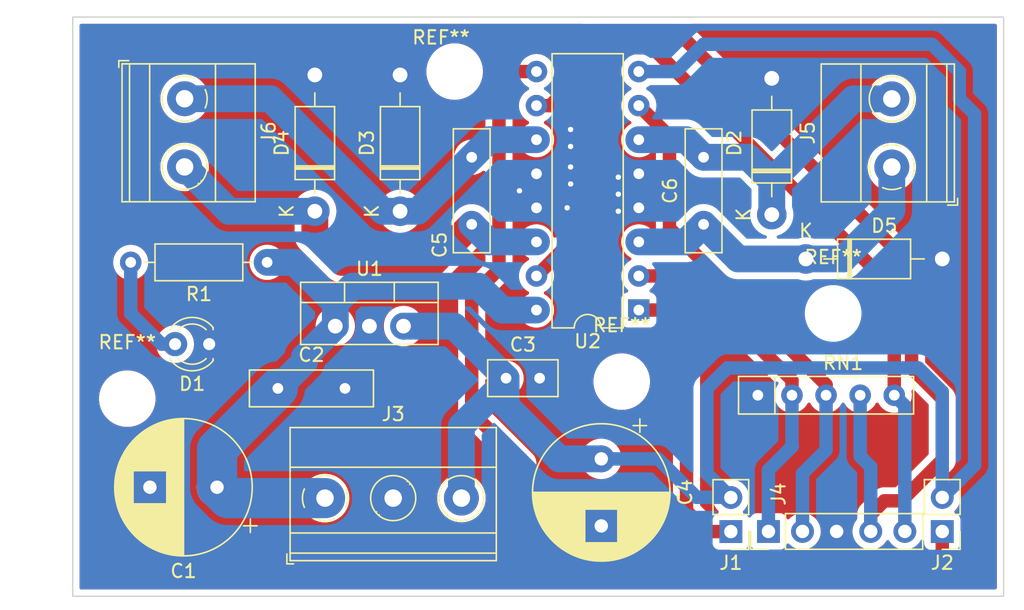
<source format=kicad_pcb>
(kicad_pcb (version 20211014) (generator pcbnew)
  (layers (0 "F.Cu" signal) (31 "B.Cu" signal) (34 "B.Paste" user) (35 "F.Paste" user) (36 "B.SilkS" user "B.Silkscreen") (37 "F.SilkS" user "F.Silkscreen") (38 "B.Mask" user) (39 "F.Mask" user) (44 "Edge.Cuts" user))
  (net 0 "")
  (net 1 "VCC")
  (net 2 "GND")
  (net 3 "+5V")
  (net 4 "Net-(C5-Pad1)")
  (net 5 "Net-(C5-Pad2)")
  (net 6 "Net-(C6-Pad1)")
  (net 7 "Net-(C6-Pad2)")
  (net 8 "Net-(D1-Pad2)")
  (net 9 "EN1")
  (net 10 "EN2")
  (net 11 "A1")
  (net 12 "A2")
  (net 13 "B1")
  (net 14 "B2")
  (footprint "TerminalBlock_Phoenix:TerminalBlock_Phoenix_MKDS-1,5-2-5.08_1x02_P5.08mm_Horizontal" (layer "F.Cu") (at 91.999 51.059 90)
    (fp_text reference "J5" (at 2.54 -6.26 90) (layer "F.SilkS"))
    (fp_text value "MOTOR1")
    (pad "1" thru_hole circle (at 0 0 90) (size 2.6 2.6) (drill 1.3) (layers *.Cu *.Mask) (net 6 "Net-(C6-Pad1)"))
    (pad "2" thru_hole circle (at 5.08 0 90) (size 2.6 2.6) (drill 1.3) (layers *.Cu *.Mask) (net 7 "Net-(C6-Pad2)"))
  )
  (footprint "Capacitor_THT:CP_Radial_D10.0mm_P5.00mm" (layer "F.Cu") (at 41.737677 74.93 180)
    (fp_text reference "C1" (at 2.5 -6.25) (layer "F.SilkS"))
    (fp_text value "220uF")
    (pad "1" thru_hole circle (at 0 0 180) (size 2 2) (drill 1) (layers *.Cu *.Mask) (net 1 "VCC"))
    (pad "2" thru_hole circle (at 5 0 180) (size 2 2) (drill 1) (layers *.Cu *.Mask) (net 2 "GND"))
  )
  (footprint "MountingHole:MountingHole_3.2mm_M3" (layer "F.Cu") (at 71.882 67.056)
    (fp_text reference "REF**" (at 0 -4.2) (layer "F.SilkS"))
    (fp_text value "MountingHole_3.2mm_M3")
    (pad "" np_thru_hole circle (at 0 0) (size 3.2 3.2) (drill 3.2) (layers *.Cu *.Mask))
  )
  (footprint "MountingHole:MountingHole_3.2mm_M3" (layer "F.Cu") (at 35.052 68.326)
    (fp_text reference "REF**" (at 0 -4.2) (layer "F.SilkS"))
    (fp_text value "MountingHole_3.2mm_M3")
    (pad "" np_thru_hole circle (at 0 0) (size 3.2 3.2) (drill 3.2) (layers *.Cu *.Mask))
  )
  (footprint "Diode_THT:D_DO-41_SOD81_P10.16mm_Horizontal" (layer "F.Cu") (at 49.022 54.356 90)
    (fp_text reference "D4" (at 5.08 -2.47 90) (layer "F.SilkS"))
    (fp_text value "1N4001")
    (fp_text user "K" (at 0 -2.1 90) (layer "F.SilkS"))
    (pad "1" thru_hole circle (at 0 0 90) (size 2.2 2.2) (drill 1.1) (layers *.Cu *.Mask) (net 4 "Net-(C5-Pad1)"))
    (pad "2" thru_hole oval (at 10.16 0 90) (size 2.2 2.2) (drill 1.1) (layers *.Cu *.Mask) (net 2 "GND"))
  )
  (footprint "Capacitor_THT:C_Disc_D9.0mm_W2.5mm_P5.00mm" (layer "F.Cu") (at 60.706 55.332 90)
    (fp_text reference "C5" (at -1.5386 -2.3876 90) (layer "F.SilkS"))
    (fp_text value "224")
    (pad "1" thru_hole circle (at 0 0 90) (size 1.6 1.6) (drill 0.8) (layers *.Cu *.Mask) (net 4 "Net-(C5-Pad1)"))
    (pad "2" thru_hole circle (at 5 0 90) (size 1.6 1.6) (drill 0.8) (layers *.Cu *.Mask) (net 5 "Net-(C5-Pad2)"))
  )
  (footprint "TerminalBlock_Phoenix:TerminalBlock_Phoenix_MKDS-1,5-2-5.08_1x02_P5.08mm_Horizontal" (layer "F.Cu") (at 39.319 45.969 -90)
    (fp_text reference "J6" (at 2.54 -6.26 90) (layer "F.SilkS"))
    (fp_text value "MOTOR2")
    (pad "1" thru_hole circle (at 0 0 270) (size 2.6 2.6) (drill 1.3) (layers *.Cu *.Mask) (net 5 "Net-(C5-Pad2)"))
    (pad "2" thru_hole circle (at 5.08 0 270) (size 2.6 2.6) (drill 1.3) (layers *.Cu *.Mask) (net 4 "Net-(C5-Pad1)"))
  )
  (footprint "Capacitor_THT:C_Disc_D5.0mm_W2.5mm_P2.50mm" (layer "F.Cu") (at 63.266 66.802)
    (fp_text reference "C3" (at 1.25 -2.5) (layer "F.SilkS"))
    (fp_text value "104")
    (pad "1" thru_hole circle (at 0 0) (size 1.6 1.6) (drill 0.8) (layers *.Cu *.Mask) (net 3 "+5V"))
    (pad "2" thru_hole circle (at 2.5 0) (size 1.6 1.6) (drill 0.8) (layers *.Cu *.Mask) (net 2 "GND"))
  )
  (footprint "Diode_THT:D_DO-41_SOD81_P10.16mm_Horizontal" (layer "F.Cu") (at 55.372 54.356 90)
    (fp_text reference "D3" (at 5.08 -2.47 90) (layer "F.SilkS"))
    (fp_text value "1N4001")
    (fp_text user "K" (at 0 -2.1 90) (layer "F.SilkS"))
    (pad "1" thru_hole circle (at 0 0 90) (size 2.2 2.2) (drill 1.1) (layers *.Cu *.Mask) (net 5 "Net-(C5-Pad2)"))
    (pad "2" thru_hole oval (at 10.16 0 90) (size 2.2 2.2) (drill 1.1) (layers *.Cu *.Mask) (net 2 "GND"))
  )
  (footprint "LED_THT:LED_D3.0mm" (layer "F.Cu") (at 41.153 64.262 180)
    (fp_text reference "D1" (at 1.27 -2.96) (layer "F.SilkS"))
    (fp_text value "POWER")
    (pad "1" thru_hole rect (at 0 0 180) (size 1.8 1.8) (drill 0.9) (layers *.Cu *.Mask) (net 2 "GND"))
    (pad "2" thru_hole circle (at 2.54 0 180) (size 1.8 1.8) (drill 0.9) (layers *.Cu *.Mask) (net 8 "Net-(D1-Pad2)"))
  )
  (footprint "Diode_THT:D_DO-41_SOD81_P10.16mm_Horizontal" (layer "F.Cu") (at 83.058 54.61 90)
    (fp_text reference "D2" (at 5.334 -2.794 90) (layer "F.SilkS"))
    (fp_text value "1N4001")
    (fp_text user "K" (at 0 -2.1 90) (layer "F.SilkS"))
    (pad "1" thru_hole circle (at 0 0 90) (size 2.2 2.2) (drill 1.1) (layers *.Cu *.Mask) (net 7 "Net-(C6-Pad2)"))
    (pad "2" thru_hole oval (at 10.16 0 90) (size 2.2 2.2) (drill 1.1) (layers *.Cu *.Mask) (net 2 "GND"))
  )
  (footprint "Capacitor_THT:CP_Radial_D10.0mm_P5.00mm" (layer "F.Cu") (at 70.358 72.816323 -90)
    (fp_text reference "C4" (at 2.5 -6.25 90) (layer "F.SilkS"))
    (fp_text value "220uF")
    (pad "1" thru_hole circle (at 0 0 270) (size 2 2) (drill 1) (layers *.Cu *.Mask) (net 3 "+5V"))
    (pad "2" thru_hole circle (at 5 0 270) (size 2 2) (drill 1) (layers *.Cu *.Mask) (net 2 "GND"))
  )
  (footprint "Capacitor_THT:C_Disc_D9.0mm_W2.5mm_P5.00mm" (layer "F.Cu") (at 46.268 67.564)
    (fp_text reference "C2" (at 2.5 -2.5) (layer "F.SilkS"))
    (fp_text value "224")
    (pad "1" thru_hole circle (at 0 0) (size 1.6 1.6) (drill 0.8) (layers *.Cu *.Mask) (net 1 "VCC"))
    (pad "2" thru_hole circle (at 5 0) (size 1.6 1.6) (drill 0.8) (layers *.Cu *.Mask) (net 2 "GND"))
  )
  (footprint "Connector_PinHeader_2.54mm:PinHeader_1x02_P2.54mm_Vertical" (layer "F.Cu") (at 80.01 78.237 180)
    (fp_text reference "J1" (at 0 -2.33) (layer "F.SilkS"))
    (fp_text value "ENABLE1")
    (pad "1" thru_hole rect (at 0 0 180) (size 1.7 1.7) (drill 1) (layers *.Cu *.Mask) (net 9 "EN1"))
    (pad "2" thru_hole oval (at 0 2.54 180) (size 1.7 1.7) (drill 1) (layers *.Cu *.Mask) (net 3 "+5V"))
  )
  (footprint "Connector_PinHeader_2.54mm:PinHeader_1x02_P2.54mm_Vertical" (layer "F.Cu") (at 95.758 78.232 180)
    (fp_text reference "J2" (at 0 -2.33) (layer "F.SilkS"))
    (fp_text value "ENABLE1")
    (pad "1" thru_hole rect (at 0 0 180) (size 1.7 1.7) (drill 1) (layers *.Cu *.Mask) (net 10 "EN2"))
    (pad "2" thru_hole oval (at 0 2.54 180) (size 1.7 1.7) (drill 1) (layers *.Cu *.Mask) (net 3 "+5V"))
  )
  (footprint "Diode_THT:D_DO-41_SOD81_P10.16mm_Horizontal" (layer "F.Cu") (at 85.598 57.912)
    (fp_text reference "D5" (at 5.842 -2.47) (layer "F.SilkS"))
    (fp_text value "1N4001")
    (fp_text user "K" (at 0 -2.1) (layer "F.SilkS"))
    (pad "1" thru_hole circle (at 0 0) (size 2.2 2.2) (drill 1.1) (layers *.Cu *.Mask) (net 6 "Net-(C6-Pad1)"))
    (pad "2" thru_hole oval (at 10.16 0) (size 2.2 2.2) (drill 1.1) (layers *.Cu *.Mask) (net 2 "GND"))
  )
  (footprint "MountingHole:MountingHole_3.2mm_M3" (layer "F.Cu") (at 87.63 61.976)
    (fp_text reference "REF**" (at 0 -4.2) (layer "F.SilkS"))
    (fp_text value "MountingHole_3.2mm_M3")
    (pad "" np_thru_hole circle (at 0 0) (size 3.2 3.2) (drill 3.2) (layers *.Cu *.Mask))
  )
  (footprint "Resistor_THT:R_Axial_DIN0207_L6.3mm_D2.5mm_P10.16mm_Horizontal" (layer "F.Cu") (at 45.466 58.166 180)
    (fp_text reference "R1" (at 5.08 -2.37) (layer "F.SilkS"))
    (fp_text value "1.5K")
    (pad "1" thru_hole circle (at 0 0 180) (size 1.6 1.6) (drill 0.8) (layers *.Cu *.Mask) (net 1 "VCC"))
    (pad "2" thru_hole oval (at 10.16 0 180) (size 1.6 1.6) (drill 0.8) (layers *.Cu *.Mask) (net 8 "Net-(D1-Pad2)"))
  )
  (footprint "Resistor_THT:R_Array_SIP5" (layer "F.Cu") (at 82.022 68.072)
    (fp_text reference "RN1" (at 6.35 -2.4) (layer "F.SilkS"))
    (fp_text value "A103J")
    (pad "1" thru_hole rect (at 0 0) (size 1.6 1.6) (drill 0.8) (layers *.Cu *.Mask) (net 2 "GND"))
    (pad "2" thru_hole oval (at 2.54 0) (size 1.6 1.6) (drill 0.8) (layers *.Cu *.Mask) (net 11 "A1"))
    (pad "3" thru_hole oval (at 5.08 0) (size 1.6 1.6) (drill 0.8) (layers *.Cu *.Mask) (net 12 "A2"))
    (pad "4" thru_hole oval (at 7.62 0) (size 1.6 1.6) (drill 0.8) (layers *.Cu *.Mask) (net 13 "B1"))
    (pad "5" thru_hole oval (at 10.16 0) (size 1.6 1.6) (drill 0.8) (layers *.Cu *.Mask) (net 14 "B2"))
  )
  (footprint "MountingHole:MountingHole_3.2mm_M3" (layer "F.Cu") (at 59.436 43.942)
    (fp_text reference "REF**" (at -1.016 -2.54) (layer "F.SilkS"))
    (fp_text value "MountingHole_3.2mm_M3")
    (pad "" np_thru_hole circle (at 0 0) (size 3.2 3.2) (drill 3.2) (layers *.Cu *.Mask))
  )
  (footprint "Capacitor_THT:C_Disc_D9.0mm_W2.5mm_P5.00mm" (layer "F.Cu") (at 77.978 55.332 90)
    (fp_text reference "C6" (at 2.5 -2.5 90) (layer "F.SilkS"))
    (fp_text value "224")
    (pad "1" thru_hole circle (at 0 0 90) (size 1.6 1.6) (drill 0.8) (layers *.Cu *.Mask) (net 6 "Net-(C6-Pad1)"))
    (pad "2" thru_hole circle (at 5 0 90) (size 1.6 1.6) (drill 0.8) (layers *.Cu *.Mask) (net 7 "Net-(C6-Pad2)"))
  )
  (footprint "Package_DIP:DIP-16_W7.62mm" (layer "F.Cu") (at 73.152 61.722 180)
    (fp_text reference "U2" (at 3.81 -2.33) (layer "F.SilkS"))
    (fp_text value "L293D")
    (pad "1" thru_hole rect (at 0 0 180) (size 1.6 1.6) (drill 0.8) (layers *.Cu *.Mask) (net 9 "EN1"))
    (pad "2" thru_hole oval (at 0 2.54 180) (size 1.6 1.6) (drill 0.8) (layers *.Cu *.Mask) (net 11 "A1"))
    (pad "3" thru_hole oval (at 0 5.08 180) (size 1.6 1.6) (drill 0.8) (layers *.Cu *.Mask) (net 6 "Net-(C6-Pad1)"))
    (pad "4" thru_hole oval (at 0 7.62 180) (size 1.6 1.6) (drill 0.8) (layers *.Cu *.Mask) (net 2 "GND"))
    (pad "5" thru_hole oval (at 0 10.16 180) (size 1.6 1.6) (drill 0.8) (layers *.Cu *.Mask) (net 2 "GND"))
    (pad "6" thru_hole oval (at 0 12.7 180) (size 1.6 1.6) (drill 0.8) (layers *.Cu *.Mask) (net 7 "Net-(C6-Pad2)"))
    (pad "7" thru_hole oval (at 0 15.24 180) (size 1.6 1.6) (drill 0.8) (layers *.Cu *.Mask) (net 12 "A2"))
    (pad "8" thru_hole oval (at 0 17.78 180) (size 1.6 1.6) (drill 0.8) (layers *.Cu *.Mask) (net 3 "+5V"))
    (pad "9" thru_hole oval (at 7.62 17.78 180) (size 1.6 1.6) (drill 0.8) (layers *.Cu *.Mask) (net 10 "EN2"))
    (pad "10" thru_hole oval (at 7.62 15.24 180) (size 1.6 1.6) (drill 0.8) (layers *.Cu *.Mask) (net 13 "B1"))
    (pad "11" thru_hole oval (at 7.62 12.7 180) (size 1.6 1.6) (drill 0.8) (layers *.Cu *.Mask) (net 5 "Net-(C5-Pad2)"))
    (pad "12" thru_hole oval (at 7.62 10.16 180) (size 1.6 1.6) (drill 0.8) (layers *.Cu *.Mask) (net 2 "GND"))
    (pad "13" thru_hole oval (at 7.62 7.62 180) (size 1.6 1.6) (drill 0.8) (layers *.Cu *.Mask) (net 2 "GND"))
    (pad "14" thru_hole oval (at 7.62 5.08 180) (size 1.6 1.6) (drill 0.8) (layers *.Cu *.Mask) (net 4 "Net-(C5-Pad1)"))
    (pad "15" thru_hole oval (at 7.62 2.54 180) (size 1.6 1.6) (drill 0.8) (layers *.Cu *.Mask) (net 14 "B2"))
    (pad "16" thru_hole oval (at 7.62 0 180) (size 1.6 1.6) (drill 0.8) (layers *.Cu *.Mask) (net 1 "VCC"))
  )
  (footprint "TerminalBlock_Phoenix:TerminalBlock_Phoenix_MKDS-1,5-3-5.08_1x03_P5.08mm_Horizontal" (layer "F.Cu") (at 49.779 75.743)
    (fp_text reference "J3" (at 5.08 -6.26) (layer "F.SilkS"))
    (fp_text value "POWER")
    (pad "1" thru_hole circle (at 0 0) (size 2.6 2.6) (drill 1.3) (layers *.Cu *.Mask) (net 1 "VCC"))
    (pad "2" thru_hole circle (at 5.08 0) (size 2.6 2.6) (drill 1.3) (layers *.Cu *.Mask) (net 2 "GND"))
    (pad "3" thru_hole circle (at 10.16 0) (size 2.6 2.6) (drill 1.3) (layers *.Cu *.Mask) (net 3 "+5V"))
  )
  (footprint "Package_TO_SOT_THT:TO-220-3_Vertical" (layer "F.Cu") (at 50.546 62.921)
    (fp_text reference "U1" (at 2.54 -4.27) (layer "F.SilkS"))
    (fp_text value "LM7805_TO220")
    (pad "1" thru_hole circle (at 0 0) (size 1.905 1.905) (drill 1.1) (layers *.Cu *.Mask) (net 1 "VCC"))
    (pad "2" thru_hole oval (at 2.54 0) (size 1.905 2) (drill 1.1) (layers *.Cu *.Mask) (net 2 "GND"))
    (pad "3" thru_hole oval (at 5.08 0) (size 1.905 2) (drill 1.1) (layers *.Cu *.Mask) (net 3 "+5V"))
  )
  (footprint "Connector_PinHeader_2.54mm:PinHeader_1x05_P2.54mm_Vertical" (layer "F.Cu") (at 82.809 78.227 90)
    (fp_text reference "J4" (at 2.789 0.757 90) (layer "F.SilkS"))
    (fp_text value "INPUT")
    (pad "1" thru_hole rect (at 0 0 90) (size 1.7 1.7) (drill 1) (layers *.Cu *.Mask) (net 11 "A1"))
    (pad "2" thru_hole oval (at 0 2.54 90) (size 1.7 1.7) (drill 1) (layers *.Cu *.Mask) (net 12 "A2"))
    (pad "3" thru_hole oval (at 0 5.08 90) (size 1.7 1.7) (drill 1) (layers *.Cu *.Mask) (net 2 "GND"))
    (pad "4" thru_hole oval (at 0 7.62 90) (size 1.7 1.7) (drill 1) (layers *.Cu *.Mask) (net 13 "B1"))
    (pad "5" thru_hole oval (at 0 10.16 90) (size 1.7 1.7) (drill 1) (layers *.Cu *.Mask) (net 14 "B2"))
  )
  (gr_rect (start 30.988 39.878) (end 100.33 83.058) (layer "Edge.Cuts") (width 0.1) (fill none))
  (segment (start 48.26 65.572) (end 46.268 67.564) (width 2) (layer "B.Cu") (net 1))
  (segment (start 41.737677 72.094323) (end 41.737677 74.93) (width 3) (layer "B.Cu") (net 1))
  (segment (start 49.779 75.743) (end 42.550677 75.743) (width 3) (layer "B.Cu") (net 1))
  (segment (start 50.546 61.214) (end 47.498 58.166) (width 2) (layer "B.Cu") (net 1))
  (segment (start 51.816 59.944) (end 61.214 59.944) (width 2) (layer "B.Cu") (net 1))
  (segment (start 47.498 58.166) (end 45.466 58.166) (width 2) (layer "B.Cu") (net 1))
  (segment (start 42.550677 75.743) (end 41.737677 74.93) (width 3) (layer "B.Cu") (net 1))
  (segment (start 46.268 67.564) (end 41.737677 72.094323) (width 3) (layer "B.Cu") (net 1))
  (segment (start 62.992 61.722) (end 65.532 61.722) (width 2) (layer "B.Cu") (net 1))
  (segment (start 50.546 62.921) (end 48.26 65.207) (width 2) (layer "B.Cu") (net 1))
  (segment (start 50.546 61.214) (end 51.816 59.944) (width 2) (layer "B.Cu") (net 1))
  (segment (start 50.546 62.921) (end 50.546 61.214) (width 2) (layer "B.Cu") (net 1))
  (segment (start 48.26 65.207) (end 48.26 65.572) (width 2) (layer "B.Cu") (net 1))
  (segment (start 61.214 59.944) (end 62.992 61.722) (width 2) (layer "B.Cu") (net 1))
  (via (at 68.072 48.26) (size 0.8) (drill 0.4) (layers "F.Cu" "B.Cu") (net 2))
  (via (at 71.628 53.086) (size 0.8) (drill 0.4) (layers "F.Cu" "B.Cu") (net 2))
  (via (at 64.262 52.832) (size 0.8) (drill 0.4) (layers "F.Cu" "B.Cu") (net 2))
  (via (at 68.072 51.054) (size 0.8) (drill 0.4) (layers "F.Cu" "B.Cu") (net 2))
  (via (at 68.072 52.324) (size 0.8) (drill 0.4) (layers "F.Cu" "B.Cu") (net 2))
  (via (at 71.628 51.816) (size 0.8) (drill 0.4) (layers "F.Cu" "B.Cu") (net 2))
  (via (at 68.072 49.53) (size 0.8) (drill 0.4) (layers "F.Cu" "B.Cu") (net 2))
  (via (at 71.628 54.356) (size 0.8) (drill 0.4) (layers "F.Cu" "B.Cu") (net 2))
  (via (at 67.818 54.102) (size 0.8) (drill 0.4) (layers "F.Cu" "B.Cu") (net 2))
  (segment (start 77.978 41.91) (end 94.996 41.91) (width 1) (layer "B.Cu") (net 3))
  (segment (start 78.232 73.919) (end 78.232 67.564) (width 1) (layer "B.Cu") (net 3))
  (segment (start 75.946 43.942) (end 77.978 41.91) (width 1) (layer "B.Cu") (net 3))
  (segment (start 80.018 75.68) (end 77.458 75.68) (width 1) (layer "B.Cu") (net 3))
  (segment (start 97.028 43.942) (end 97.028 45.974) (width 1) (layer "B.Cu") (net 3))
  (segment (start 97.028 45.974) (end 98.171525 47.117525) (width 1) (layer "B.Cu") (net 3))
  (segment (start 95.758 67.818) (end 95.758 75.692) (width 1) (layer "B.Cu") (net 3))
  (segment (start 77.458 75.68) (end 74.594323 72.816323) (width 1) (layer "B.Cu") (net 3))
  (segment (start 63.266 68.854) (end 67.228323 72.816323) (width 2) (layer "B.Cu") (net 3))
  (segment (start 93.98 66.04) (end 95.758 67.818) (width 1) (layer "B.Cu") (net 3))
  (segment (start 63.266 66.802) (end 63.266 67.036) (width 2) (layer "B.Cu") (net 3))
  (segment (start 73.152 43.942) (end 75.946 43.942) (width 1) (layer "B.Cu") (net 3))
  (segment (start 59.385 62.921) (end 63.266 66.802) (width 2) (layer "B.Cu") (net 3))
  (segment (start 98.171525 47.117525) (end 98.171525 73.278475) (width 1) (layer "B.Cu") (net 3))
  (segment (start 78.232 67.564) (end 79.756 66.04) (width 1) (layer "B.Cu") (net 3))
  (segment (start 59.939 70.363) (end 59.939 75.743) (width 2) (layer "B.Cu") (net 3))
  (segment (start 98.171525 73.278475) (end 95.758 75.692) (width 1) (layer "B.Cu") (net 3))
  (segment (start 63.266 67.036) (end 59.939 70.363) (width 2) (layer "B.Cu") (net 3))
  (segment (start 79.756 66.04) (end 93.98 66.04) (width 1) (layer "B.Cu") (net 3))
  (segment (start 67.228323 72.816323) (end 70.358 72.816323) (width 2) (layer "B.Cu") (net 3))
  (segment (start 55.626 62.921) (end 59.385 62.921) (width 2) (layer "B.Cu") (net 3))
  (segment (start 80.01 75.697) (end 78.232 73.919) (width 1) (layer "B.Cu") (net 3))
  (segment (start 74.594323 72.816323) (end 70.358 72.816323) (width 1) (layer "B.Cu") (net 3))
  (segment (start 94.996 41.91) (end 97.028 43.942) (width 1) (layer "B.Cu") (net 3))
  (segment (start 63.266 66.802) (end 63.266 68.854) (width 2) (layer "B.Cu") (net 3))
  (segment (start 51.054 58.166) (end 57.872 58.166) (width 2) (layer "F.Cu") (net 4))
  (segment (start 57.872 58.166) (end 60.706 55.332) (width 2) (layer "F.Cu") (net 4))
  (segment (start 49.022 54.356) (end 49.022 56.134) (width 2) (layer "F.Cu") (net 4))
  (segment (start 49.022 56.134) (end 51.054 58.166) (width 2) (layer "F.Cu") (net 4))
  (segment (start 65.532 56.642) (end 62.016 56.642) (width 2) (layer "B.Cu") (net 4))
  (segment (start 42.626 54.356) (end 39.319 51.049) (width 2) (layer "B.Cu") (net 4))
  (segment (start 49.022 54.356) (end 42.626 54.356) (width 2) (layer "B.Cu") (net 4))
  (segment (start 62.016 56.642) (end 60.706 55.332) (width 2) (layer "B.Cu") (net 4))
  (segment (start 56.682 54.356) (end 54.102 54.356) (width 2) (layer "B.Cu") (net 5))
  (segment (start 60.706 50.332) (end 56.682 54.356) (width 2) (layer "B.Cu") (net 5))
  (segment (start 65.532 49.022) (end 62.016 49.022) (width 2) (layer "B.Cu") (net 5))
  (segment (start 62.016 49.022) (end 60.706 50.332) (width 2) (layer "B.Cu") (net 5))
  (segment (start 54.102 54.356) (end 45.715 45.969) (width 2) (layer "B.Cu") (net 5))
  (segment (start 45.715 45.969) (end 39.319 45.969) (width 2) (layer "B.Cu") (net 5))
  (segment (start 76.668 56.642) (end 77.978 55.332) (width 2) (layer "B.Cu") (net 6))
  (segment (start 80.558 57.912) (end 88.392 57.912) (width 2) (layer "B.Cu") (net 6))
  (segment (start 88.392 57.912) (end 91.999 54.305) (width 2) (layer "B.Cu") (net 6))
  (segment (start 73.152 56.642) (end 76.668 56.642) (width 2) (layer "B.Cu") (net 6))
  (segment (start 91.999 54.305) (end 91.999 51.059) (width 2) (layer "B.Cu") (net 6))
  (segment (start 77.978 55.332) (end 80.558 57.912) (width 2) (layer "B.Cu") (net 6))
  (segment (start 83.058 52.07) (end 83.058 54.61) (width 2) (layer "B.Cu") (net 7))
  (segment (start 76.668 49.022) (end 73.152 49.022) (width 2) (layer "B.Cu") (net 7))
  (segment (start 83.058 52.07) (end 81.32 50.332) (width 2) (layer "B.Cu") (net 7))
  (segment (start 89.149 45.979) (end 83.058 52.07) (width 2) (layer "B.Cu") (net 7))
  (segment (start 77.978 50.332) (end 76.668 49.022) (width 2) (layer "B.Cu") (net 7))
  (segment (start 91.999 45.979) (end 89.149 45.979) (width 2) (layer "B.Cu") (net 7))
  (segment (start 81.32 50.332) (end 77.978 50.332) (width 2) (layer "B.Cu") (net 7))
  (segment (start 35.306 61.976) (end 35.306 58.166) (width 1) (layer "B.Cu") (net 8))
  (segment (start 38.613 64.262) (end 37.592 64.262) (width 1) (layer "B.Cu") (net 8))
  (segment (start 37.592 64.262) (end 35.306 61.976) (width 1) (layer "B.Cu") (net 8))
  (segment (start 75.438 61.722) (end 76.708 62.992) (width 1) (layer "F.Cu") (net 9))
  (segment (start 73.152 61.722) (end 75.438 61.722) (width 1) (layer "F.Cu") (net 9))
  (segment (start 76.708 62.992) (end 76.708 76.708) (width 1) (layer "F.Cu") (net 9))
  (segment (start 76.708 76.708) (end 78.237 78.237) (width 1) (layer "F.Cu") (net 9))
  (segment (start 78.237 78.237) (end 80.01 78.237) (width 1) (layer "F.Cu") (net 9))
  (segment (start 64.516 73.152) (end 60.706 69.342) (width 1) (layer "F.Cu") (net 10))
  (segment (start 60.706 69.342) (end 60.706 60.706) (width 1) (layer "F.Cu") (net 10))
  (segment (start 95.758 78.232) (end 95.758 80.772) (width 1) (layer "F.Cu") (net 10))
  (segment (start 62.738 58.674) (end 62.738 44.704) (width 1) (layer "F.Cu") (net 10))
  (segment (start 95.758 80.772) (end 95.504 81.026) (width 1) (layer "F.Cu") (net 10))
  (segment (start 62.738 44.704) (end 63.5 43.942) (width 1) (layer "F.Cu") (net 10))
  (segment (start 60.706 60.706) (end 62.738 58.674) (width 1) (layer "F.Cu") (net 10))
  (segment (start 95.504 81.026) (end 68.072 81.026) (width 1) (layer "F.Cu") (net 10))
  (segment (start 63.5 43.942) (end 65.532 43.942) (width 1) (layer "F.Cu") (net 10))
  (segment (start 68.072 81.026) (end 64.516 77.47) (width 1) (layer "F.Cu") (net 10))
  (segment (start 64.516 77.47) (end 64.516 73.152) (width 1) (layer "F.Cu") (net 10))
  (segment (start 76.80337 59.182) (end 73.152 59.182) (width 1) (layer "F.Cu") (net 11))
  (segment (start 84.562 66.94063) (end 76.80337 59.182) (width 1) (layer "F.Cu") (net 11))
  (segment (start 84.562 68.072) (end 84.562 66.94063) (width 1) (layer "F.Cu") (net 11))
  (segment (start 84.562 71.862) (end 84.562 68.072) (width 1) (layer "B.Cu") (net 11))
  (segment (start 82.809 78.227) (end 82.809 73.655) (width 1) (layer "B.Cu") (net 11))
  (segment (start 84.582 71.882) (end 84.562 71.862) (width 1) (layer "B.Cu") (net 11))
  (segment (start 82.809 73.655) (end 84.582 71.882) (width 1) (layer "B.Cu") (net 11))
  (segment (start 87.102 67.29) (end 75.438 55.626) (width 1) (layer "F.Cu") (net 12))
  (segment (start 87.102 68.072) (end 87.102 67.29) (width 1) (layer "F.Cu") (net 12))
  (segment (start 75.438 55.626) (end 75.438 48.768) (width 1) (layer "F.Cu") (net 12))
  (segment (start 75.438 48.768) (end 73.152 46.482) (width 1) (layer "F.Cu") (net 12))
  (segment (start 85.349 73.909) (end 87.102 72.156) (width 1) (layer "B.Cu") (net 12))
  (segment (start 87.102 72.156) (end 87.102 68.072) (width 1) (layer "B.Cu") (net 12))
  (segment (start 85.349 78.227) (end 85.349 73.909) (width 1) (layer "B.Cu") (net 12))
  (segment (start 95.758 72.898) (end 92.71 75.946) (width 1) (layer "F.Cu") (net 13))
  (segment (start 68.072 42.926) (end 70.104 40.894) (width 1) (layer "F.Cu") (net 13))
  (segment (start 93.472 66.052738) (end 95.758 68.338738) (width 1) (layer "F.Cu") (net 13))
  (segment (start 75.946 40.894) (end 93.472 58.42) (width 1) (layer "F.Cu") (net 13))
  (segment (start 92.71 75.946) (end 91.44 75.946) (width 1) (layer "F.Cu") (net 13))
  (segment (start 91.44 75.946) (end 90.429 76.957) (width 1) (layer "F.Cu") (net 13))
  (segment (start 70.104 40.894) (end 75.946 40.894) (width 1) (layer "F.Cu") (net 13))
  (segment (start 90.429 76.957) (end 90.429 78.227) (width 1) (layer "F.Cu") (net 13))
  (segment (start 65.532 46.482) (end 66.548 46.482) (width 1) (layer "F.Cu") (net 13))
  (segment (start 66.548 46.482) (end 68.072 44.958) (width 1) (layer "F.Cu") (net 13))
  (segment (start 95.758 68.338738) (end 95.758 72.898) (width 1) (layer "F.Cu") (net 13))
  (segment (start 93.472 58.42) (end 93.472 66.052738) (width 1) (layer "F.Cu") (net 13))
  (segment (start 68.072 44.958) (end 68.072 42.926) (width 1) (layer "F.Cu") (net 13))
  (segment (start 90.429 73.411) (end 89.642 72.624) (width 1) (layer "B.Cu") (net 13))
  (segment (start 90.429 78.227) (end 90.429 73.411) (width 1) (layer "B.Cu") (net 13))
  (segment (start 89.642 72.624) (end 89.642 68.072) (width 1) (layer "B.Cu") (net 13))
  (segment (start 74.168 42.164) (end 92.182 60.178) (width 1) (layer "F.Cu") (net 14))
  (segment (start 69.85 54.864) (end 69.85 43.942) (width 1) (layer "F.Cu") (net 14))
  (segment (start 71.628 42.164) (end 74.168 42.164) (width 1) (layer "F.Cu") (net 14))
  (segment (start 69.85 43.942) (end 71.628 42.164) (width 1) (layer "F.Cu") (net 14))
  (segment (start 65.532 59.182) (end 69.85 54.864) (width 1) (layer "F.Cu") (net 14))
  (segment (start 92.182 60.178) (end 92.182 68.072) (width 1) (layer "F.Cu") (net 14))
  (segment (start 92.969 68.859) (end 92.182 68.072) (width 1) (layer "B.Cu") (net 14))
  (segment (start 92.969 78.227) (end 92.969 68.859) (width 1) (layer "B.Cu") (net 14))
  (zone (net 2) (net_name "GND") (layer "F.Cu") (connect_pads yes (clearance 0.508)) (min_thickness 0.254) (fill yes (thermal_gap 0.508) (thermal_bridge_width 0.508))
    (polygon (pts (xy 101.854 84.074) (xy 29.972 84.074) (xy 29.972 38.608) (xy 101.854 38.608)))
  )
  (zone (net 2) (net_name "GND") (layer "B.Cu") (connect_pads yes (clearance 0.508)) (min_thickness 0.254) (fill yes (thermal_gap 0.508) (thermal_bridge_width 0.508))
    (polygon (pts (xy 101.6 84.074) (xy 29.718 84.074) (xy 29.718 38.608) (xy 101.6 38.608)))
  )
)
</source>
